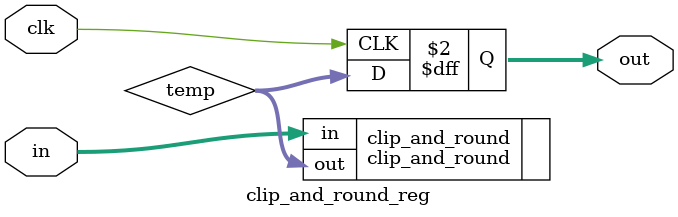
<source format=v>


module clip_and_round_reg
  #(parameter bits_in=0,
    parameter bits_out=0,
    parameter clip_bits=0)
    (input clk,
     input [bits_in-1:0] in,
     output reg [bits_out-1:0] out);

   wire [bits_out-1:0] 	   temp;

   clip_and_round #(.bits_in(bits_in),.bits_out(bits_out),.clip_bits(clip_bits))
     clip_and_round (.in(in),.out(temp));

   always@(posedge clk)
     out <= temp;
   
endmodule // clip_and_round_reg

</source>
